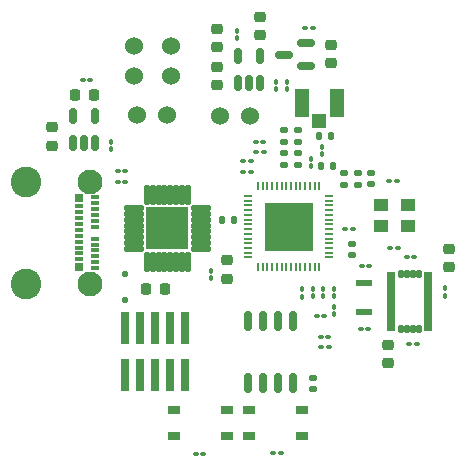
<source format=gbr>
%TF.GenerationSoftware,KiCad,Pcbnew,7.0.7*%
%TF.CreationDate,2024-10-30T15:59:06-07:00*%
%TF.ProjectId,SensingBoard_rev1.1,53656e73-696e-4674-926f-6172645f7265,rev?*%
%TF.SameCoordinates,Original*%
%TF.FileFunction,Soldermask,Top*%
%TF.FilePolarity,Negative*%
%FSLAX46Y46*%
G04 Gerber Fmt 4.6, Leading zero omitted, Abs format (unit mm)*
G04 Created by KiCad (PCBNEW 7.0.7) date 2024-10-30 15:59:06*
%MOMM*%
%LPD*%
G01*
G04 APERTURE LIST*
G04 Aperture macros list*
%AMRoundRect*
0 Rectangle with rounded corners*
0 $1 Rounding radius*
0 $2 $3 $4 $5 $6 $7 $8 $9 X,Y pos of 4 corners*
0 Add a 4 corners polygon primitive as box body*
4,1,4,$2,$3,$4,$5,$6,$7,$8,$9,$2,$3,0*
0 Add four circle primitives for the rounded corners*
1,1,$1+$1,$2,$3*
1,1,$1+$1,$4,$5*
1,1,$1+$1,$6,$7*
1,1,$1+$1,$8,$9*
0 Add four rect primitives between the rounded corners*
20,1,$1+$1,$2,$3,$4,$5,0*
20,1,$1+$1,$4,$5,$6,$7,0*
20,1,$1+$1,$6,$7,$8,$9,0*
20,1,$1+$1,$8,$9,$2,$3,0*%
G04 Aperture macros list end*
%ADD10RoundRect,0.100000X0.130000X0.100000X-0.130000X0.100000X-0.130000X-0.100000X0.130000X-0.100000X0*%
%ADD11C,1.524000*%
%ADD12R,0.990600X0.711200*%
%ADD13RoundRect,0.140000X-0.140000X-0.170000X0.140000X-0.170000X0.140000X0.170000X-0.140000X0.170000X0*%
%ADD14RoundRect,0.100000X0.100000X-0.130000X0.100000X0.130000X-0.100000X0.130000X-0.100000X-0.130000X0*%
%ADD15R,0.199200X0.754800*%
%ADD16R,0.754800X0.199200*%
%ADD17R,4.038600X4.038600*%
%ADD18RoundRect,0.100000X-0.130000X-0.100000X0.130000X-0.100000X0.130000X0.100000X-0.130000X0.100000X0*%
%ADD19RoundRect,0.225000X-0.225000X-0.250000X0.225000X-0.250000X0.225000X0.250000X-0.225000X0.250000X0*%
%ADD20RoundRect,0.150000X0.150000X-0.512500X0.150000X0.512500X-0.150000X0.512500X-0.150000X-0.512500X0*%
%ADD21R,1.397000X0.609600*%
%ADD22RoundRect,0.140000X-0.170000X0.140000X-0.170000X-0.140000X0.170000X-0.140000X0.170000X0.140000X0*%
%ADD23RoundRect,0.225000X0.250000X-0.225000X0.250000X0.225000X-0.250000X0.225000X-0.250000X-0.225000X0*%
%ADD24RoundRect,0.102000X-0.525000X-1.100000X0.525000X-1.100000X0.525000X1.100000X-0.525000X1.100000X0*%
%ADD25RoundRect,0.102000X-0.525000X-0.500000X0.525000X-0.500000X0.525000X0.500000X-0.525000X0.500000X0*%
%ADD26R,0.700000X0.300000*%
%ADD27R,0.700000X0.650000*%
%ADD28C,2.100000*%
%ADD29C,2.600000*%
%ADD30RoundRect,0.140000X0.170000X-0.140000X0.170000X0.140000X-0.170000X0.140000X-0.170000X-0.140000X0*%
%ADD31R,0.660400X2.768600*%
%ADD32RoundRect,0.150000X0.587500X0.150000X-0.587500X0.150000X-0.587500X-0.150000X0.587500X-0.150000X0*%
%ADD33RoundRect,0.150000X-0.150000X0.675000X-0.150000X-0.675000X0.150000X-0.675000X0.150000X0.675000X0*%
%ADD34RoundRect,0.218750X-0.256250X0.218750X-0.256250X-0.218750X0.256250X-0.218750X0.256250X0.218750X0*%
%ADD35R,1.300000X1.050000*%
%ADD36RoundRect,0.100000X-0.100000X0.130000X-0.100000X-0.130000X0.100000X-0.130000X0.100000X0.130000X0*%
%ADD37RoundRect,0.135750X-0.101250X0.721750X-0.101250X-0.721750X0.101250X-0.721750X0.101250X0.721750X0*%
%ADD38RoundRect,0.135750X-0.721750X0.101250X-0.721750X-0.101250X0.721750X-0.101250X0.721750X0.101250X0*%
%ADD39RoundRect,0.102000X-1.700000X1.700000X-1.700000X-1.700000X1.700000X-1.700000X1.700000X1.700000X0*%
%ADD40RoundRect,0.140000X0.140000X0.170000X-0.140000X0.170000X-0.140000X-0.170000X0.140000X-0.170000X0*%
%ADD41RoundRect,0.225000X-0.250000X0.225000X-0.250000X-0.225000X0.250000X-0.225000X0.250000X0.225000X0*%
%ADD42RoundRect,0.125000X-0.125000X0.125000X-0.125000X-0.125000X0.125000X-0.125000X0.125000X0.125000X0*%
%ADD43RoundRect,0.102000X0.262500X-0.150000X0.262500X0.150000X-0.262500X0.150000X-0.262500X-0.150000X0*%
%ADD44RoundRect,0.102000X0.150000X-0.212500X0.150000X0.212500X-0.150000X0.212500X-0.150000X-0.212500X0*%
G04 APERTURE END LIST*
D10*
%TO.C,C26*%
X136784000Y-45313600D03*
X136144000Y-45313600D03*
%TD*%
D11*
%TO.C,J6*%
X124764800Y-49377600D03*
X124764800Y-46837600D03*
%TD*%
D12*
%TO.C,SW2*%
X131379799Y-77665001D03*
X135879801Y-77665001D03*
X131379799Y-79814999D03*
X135879801Y-79814999D03*
%TD*%
D13*
%TO.C,C15*%
X137322001Y-54459599D03*
X138282001Y-54459599D03*
%TD*%
D14*
%TO.C,R19*%
X135890000Y-68051600D03*
X135890000Y-67411600D03*
%TD*%
D11*
%TO.C,J7*%
X121666000Y-46824900D03*
X121666000Y-49364900D03*
%TD*%
D15*
%TO.C,U7*%
X137321600Y-58675999D03*
X136921601Y-58675999D03*
X136521599Y-58675999D03*
X136121600Y-58675999D03*
X135721601Y-58675999D03*
X135321599Y-58675999D03*
X134921600Y-58675999D03*
X134521600Y-58675999D03*
X134121601Y-58675999D03*
X133721599Y-58675999D03*
X133321600Y-58675999D03*
X132921601Y-58675999D03*
X132521599Y-58675999D03*
X132121600Y-58675999D03*
D16*
X131269199Y-59528400D03*
X131269199Y-59928399D03*
X131269199Y-60328401D03*
X131269199Y-60728400D03*
X131269199Y-61128399D03*
X131269199Y-61528401D03*
X131269199Y-61928400D03*
X131269199Y-62328400D03*
X131269199Y-62728399D03*
X131269199Y-63128401D03*
X131269199Y-63528400D03*
X131269199Y-63928399D03*
X131269199Y-64328401D03*
X131269199Y-64728400D03*
D15*
X132121600Y-65580801D03*
X132521599Y-65580801D03*
X132921601Y-65580801D03*
X133321600Y-65580801D03*
X133721599Y-65580801D03*
X134121601Y-65580801D03*
X134521600Y-65580801D03*
X134921600Y-65580801D03*
X135321599Y-65580801D03*
X135721601Y-65580801D03*
X136121600Y-65580801D03*
X136521599Y-65580801D03*
X136921601Y-65580801D03*
X137321600Y-65580801D03*
D16*
X138174001Y-64728400D03*
X138174001Y-64328401D03*
X138174001Y-63928399D03*
X138174001Y-63528400D03*
X138174001Y-63128401D03*
X138174001Y-62728399D03*
X138174001Y-62328400D03*
X138174001Y-61928400D03*
X138174001Y-61528401D03*
X138174001Y-61128399D03*
X138174001Y-60728400D03*
X138174001Y-60328401D03*
X138174001Y-59928399D03*
X138174001Y-59528400D03*
D17*
X134721600Y-62128400D03*
%TD*%
D10*
%TO.C,C12*%
X141544000Y-65481200D03*
X140904000Y-65481200D03*
%TD*%
D18*
%TO.C,C17*%
X143342400Y-63957200D03*
X143982400Y-63957200D03*
%TD*%
D19*
%TO.C,C21*%
X116674600Y-50952400D03*
X118224600Y-50952400D03*
%TD*%
D20*
%TO.C,U5*%
X116448800Y-55036300D03*
X117398800Y-55036300D03*
X118348800Y-55036300D03*
X118348800Y-52761300D03*
X116448800Y-52761300D03*
%TD*%
%TO.C,U3*%
X130418800Y-49956300D03*
X131368800Y-49956300D03*
X132318800Y-49956300D03*
X132318800Y-47681300D03*
X130418800Y-47681300D03*
%TD*%
D14*
%TO.C,C20*%
X119684800Y-55575200D03*
X119684800Y-54935200D03*
%TD*%
D21*
%TO.C,XTAL2*%
X141122400Y-69316600D03*
X141122400Y-66929000D03*
%TD*%
D10*
%TO.C,R7*%
X145567800Y-72034400D03*
X144927800Y-72034400D03*
%TD*%
D14*
%TO.C,R8*%
X147929600Y-67975000D03*
X147929600Y-67335000D03*
%TD*%
D22*
%TO.C,C36*%
X140106400Y-63578800D03*
X140106400Y-64538800D03*
%TD*%
D11*
%TO.C,J9*%
X128879600Y-52730400D03*
X131419600Y-52730400D03*
%TD*%
D23*
%TO.C,C5*%
X128676400Y-50152600D03*
X128676400Y-48602600D03*
%TD*%
%TO.C,C7*%
X128676400Y-46952200D03*
X128676400Y-45402200D03*
%TD*%
D24*
%TO.C,ANT1*%
X135847001Y-51616399D03*
X138797001Y-51616399D03*
D25*
X137322001Y-53141399D03*
%TD*%
D26*
%TO.C,J1*%
X118292000Y-59638400D03*
X118292000Y-60138400D03*
X118292000Y-60638400D03*
X118292000Y-61138400D03*
X118292000Y-61638400D03*
X118292000Y-62138400D03*
X118292000Y-63138400D03*
X118292000Y-63638400D03*
X118292000Y-64138400D03*
X118292000Y-64638400D03*
X118292000Y-65138400D03*
X118292000Y-65638400D03*
D27*
X116992000Y-65563400D03*
D26*
X116992000Y-64888400D03*
X116992000Y-64388400D03*
X116992000Y-63888400D03*
X116992000Y-63388400D03*
X116992000Y-62888400D03*
X116992000Y-62388400D03*
X116992000Y-61888400D03*
X116992000Y-61388400D03*
X116992000Y-60888400D03*
X116992000Y-60388400D03*
D27*
X116992000Y-59713400D03*
D28*
X117882000Y-58318400D03*
D29*
X112522000Y-58318400D03*
D28*
X117882000Y-66958400D03*
D29*
X112522000Y-66958400D03*
%TD*%
D22*
%TO.C,C30*%
X134366000Y-55908000D03*
X134366000Y-56868000D03*
%TD*%
D10*
%TO.C,R20*%
X138089600Y-71424800D03*
X137449600Y-71424800D03*
%TD*%
D30*
%TO.C,C18*%
X135534400Y-56868000D03*
X135534400Y-55908000D03*
%TD*%
D18*
%TO.C,R17*%
X131948000Y-54914800D03*
X132588000Y-54914800D03*
%TD*%
D14*
%TO.C,R1*%
X128117600Y-66497200D03*
X128117600Y-65857200D03*
%TD*%
D30*
%TO.C,C4*%
X136753600Y-75867200D03*
X136753600Y-74907200D03*
%TD*%
D31*
%TO.C,J2*%
X125933200Y-74702796D03*
X124663200Y-74702796D03*
X123393200Y-74702796D03*
X122123200Y-74702796D03*
X120853200Y-74702796D03*
X125933200Y-70662800D03*
X124663200Y-70662800D03*
X123393200Y-70662800D03*
X122123200Y-70662800D03*
X120853200Y-70662800D03*
%TD*%
D10*
%TO.C,C11*%
X141457600Y-70764400D03*
X140817600Y-70764400D03*
%TD*%
D14*
%TO.C,R11*%
X138582400Y-69549800D03*
X138582400Y-68909800D03*
%TD*%
D11*
%TO.C,J5*%
X124460000Y-52679600D03*
X121920000Y-52679600D03*
%TD*%
D32*
%TO.C,U6*%
X136194800Y-48514000D03*
X136194800Y-46614000D03*
X134319800Y-47564000D03*
%TD*%
D18*
%TO.C,R16*%
X131958600Y-55778400D03*
X132598600Y-55778400D03*
%TD*%
D33*
%TO.C,U8*%
X135102600Y-70069800D03*
X133832600Y-70069800D03*
X132562600Y-70069800D03*
X131292600Y-70069800D03*
X131292600Y-75319800D03*
X132562600Y-75319800D03*
X133832600Y-75319800D03*
X135102600Y-75319800D03*
%TD*%
D30*
%TO.C,C34*%
X140563600Y-58567200D03*
X140563600Y-57607200D03*
%TD*%
D14*
%TO.C,R14*%
X136753600Y-68025800D03*
X136753600Y-67385800D03*
%TD*%
D23*
%TO.C,C10*%
X148285200Y-65545000D03*
X148285200Y-63995000D03*
%TD*%
D34*
%TO.C,D2*%
X129489200Y-64947700D03*
X129489200Y-66522700D03*
%TD*%
D10*
%TO.C,R5*%
X127483000Y-81330800D03*
X126843000Y-81330800D03*
%TD*%
D18*
%TO.C,R3*%
X120239000Y-57404000D03*
X120879000Y-57404000D03*
%TD*%
D10*
%TO.C,R12*%
X137734000Y-69646800D03*
X137094000Y-69646800D03*
%TD*%
D35*
%TO.C,Y1*%
X142512400Y-62038200D03*
X144812400Y-62038200D03*
X144812400Y-60288200D03*
X142512400Y-60288200D03*
%TD*%
D18*
%TO.C,C22*%
X117282000Y-49682400D03*
X117922000Y-49682400D03*
%TD*%
D19*
%TO.C,C13*%
X122669000Y-67360800D03*
X124219000Y-67360800D03*
%TD*%
D36*
%TO.C,L2*%
X136601200Y-56357600D03*
X136601200Y-56997600D03*
%TD*%
D10*
%TO.C,C16*%
X143891400Y-58267600D03*
X143251400Y-58267600D03*
%TD*%
D14*
%TO.C,C8*%
X130352800Y-46192400D03*
X130352800Y-45552400D03*
%TD*%
D37*
%TO.C,U4*%
X126210000Y-59476300D03*
X125710000Y-59476300D03*
X125210000Y-59476300D03*
X124710000Y-59476300D03*
X124210000Y-59476300D03*
X123710000Y-59476300D03*
X123210000Y-59476300D03*
X122710000Y-59476300D03*
D38*
X121659500Y-60526800D03*
X121659500Y-61026800D03*
X121659500Y-61526800D03*
X121659500Y-62026800D03*
X121659500Y-62526800D03*
X121659500Y-63026800D03*
X121659500Y-63526800D03*
X121659500Y-64026800D03*
D37*
X122710000Y-65077300D03*
X123210000Y-65077300D03*
X123710000Y-65077300D03*
X124210000Y-65077300D03*
X124710000Y-65077300D03*
X125210000Y-65077300D03*
X125710000Y-65077300D03*
X126210000Y-65077300D03*
D38*
X127260500Y-64026800D03*
X127260500Y-63526800D03*
X127260500Y-63026800D03*
X127260500Y-62526800D03*
X127260500Y-62026800D03*
X127260500Y-61526800D03*
X127260500Y-61026800D03*
X127260500Y-60526800D03*
D39*
X124460000Y-62276800D03*
%TD*%
D14*
%TO.C,R9*%
X137668000Y-68025800D03*
X137668000Y-67385800D03*
%TD*%
D13*
%TO.C,C14*%
X137492800Y-56946800D03*
X138452800Y-56946800D03*
%TD*%
D12*
%TO.C,SW1*%
X125014998Y-77673200D03*
X129515000Y-77673200D03*
X125014998Y-79823198D03*
X129515000Y-79823198D03*
%TD*%
D18*
%TO.C,R4*%
X120264000Y-58369200D03*
X120904000Y-58369200D03*
%TD*%
D10*
%TO.C,R6*%
X145354000Y-64719200D03*
X144714000Y-64719200D03*
%TD*%
D40*
%TO.C,C37*%
X130070800Y-61569600D03*
X129110800Y-61569600D03*
%TD*%
D23*
%TO.C,C23*%
X132334000Y-45885400D03*
X132334000Y-44335400D03*
%TD*%
D14*
%TO.C,L1*%
X137566400Y-56012000D03*
X137566400Y-55372000D03*
%TD*%
D41*
%TO.C,C25*%
X138277600Y-46736000D03*
X138277600Y-48286000D03*
%TD*%
D18*
%TO.C,R15*%
X130881200Y-56591200D03*
X131521200Y-56591200D03*
%TD*%
D30*
%TO.C,C31*%
X135534400Y-54914800D03*
X135534400Y-53954800D03*
%TD*%
D18*
%TO.C,R21*%
X133396200Y-81280000D03*
X134036200Y-81280000D03*
%TD*%
D30*
%TO.C,C35*%
X141732000Y-58544400D03*
X141732000Y-57584400D03*
%TD*%
D14*
%TO.C,R18*%
X138582400Y-68025800D03*
X138582400Y-67385800D03*
%TD*%
D30*
%TO.C,C32*%
X134366000Y-54914800D03*
X134366000Y-53954800D03*
%TD*%
%TO.C,C33*%
X139395200Y-58567200D03*
X139395200Y-57607200D03*
%TD*%
D18*
%TO.C,R26*%
X139532400Y-62331600D03*
X140172400Y-62331600D03*
%TD*%
D23*
%TO.C,C19*%
X114706400Y-55270400D03*
X114706400Y-53720400D03*
%TD*%
D42*
%TO.C,D3*%
X120853200Y-66108400D03*
X120853200Y-68308400D03*
%TD*%
D43*
%TO.C,U2*%
X143420700Y-70728400D03*
D44*
X144233200Y-70790900D03*
X144733200Y-70790900D03*
X145233200Y-70790900D03*
X145733200Y-70790900D03*
D43*
X146545700Y-70728400D03*
X146545700Y-70228400D03*
X146545700Y-69728400D03*
X146545700Y-69228400D03*
X146545700Y-68728400D03*
X146545700Y-68228400D03*
X146545700Y-67728400D03*
X146545700Y-67228400D03*
X146545700Y-66728400D03*
X146545700Y-66228400D03*
D44*
X145733200Y-66165900D03*
X145233200Y-66165900D03*
X144733200Y-66165900D03*
X144233200Y-66165900D03*
D43*
X143420700Y-66228400D03*
X143420700Y-66728400D03*
X143420700Y-67228400D03*
X143420700Y-67728400D03*
X143420700Y-68228400D03*
X143420700Y-68728400D03*
X143420700Y-69228400D03*
X143420700Y-69728400D03*
X143420700Y-70228400D03*
%TD*%
D14*
%TO.C,C6*%
X133654800Y-50510400D03*
X133654800Y-49870400D03*
%TD*%
D41*
%TO.C,C9*%
X143154400Y-72136000D03*
X143154400Y-73686000D03*
%TD*%
D18*
%TO.C,R10*%
X130896400Y-57454800D03*
X131536400Y-57454800D03*
%TD*%
D14*
%TO.C,C24*%
X134569200Y-50499800D03*
X134569200Y-49859800D03*
%TD*%
D18*
%TO.C,R13*%
X137460200Y-72288400D03*
X138100200Y-72288400D03*
%TD*%
M02*

</source>
